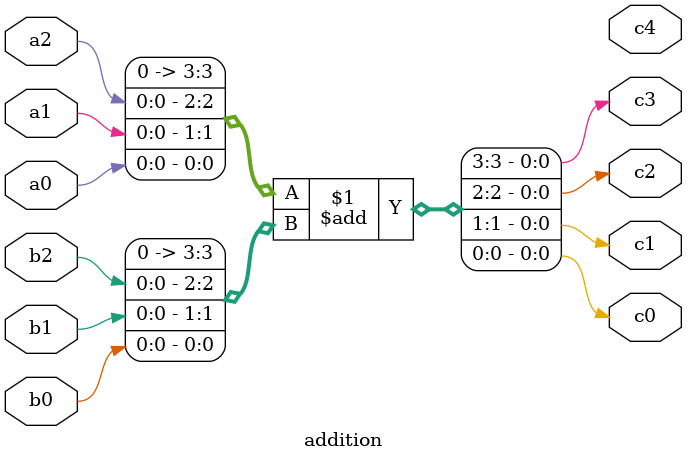
<source format=v>
module addition
(
input a0,a1,a2,
input b0,b1,b2,
output c0,c1,c2,c3,c4

);

assign {c3,c2,c1,c0} = {a2,a1,a0}+{b2,b1,b0};

endmodule
</source>
